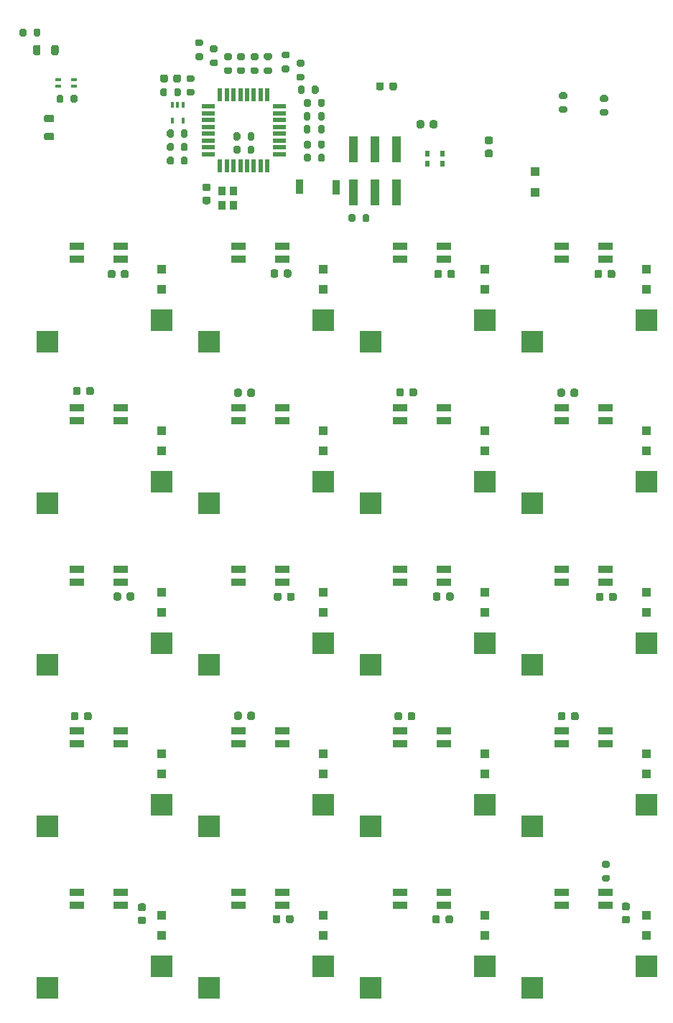
<source format=gbr>
%TF.GenerationSoftware,KiCad,Pcbnew,(5.1.8)-1*%
%TF.CreationDate,2022-08-08T09:51:38+10:00*%
%TF.ProjectId,Macropad,4d616372-6f70-4616-942e-6b696361645f,rev?*%
%TF.SameCoordinates,Original*%
%TF.FileFunction,Paste,Bot*%
%TF.FilePolarity,Positive*%
%FSLAX46Y46*%
G04 Gerber Fmt 4.6, Leading zero omitted, Abs format (unit mm)*
G04 Created by KiCad (PCBNEW (5.1.8)-1) date 2022-08-08 09:51:38*
%MOMM*%
%LPD*%
G01*
G04 APERTURE LIST*
%ADD10R,0.400000X0.650000*%
%ADD11R,1.800000X0.820000*%
%ADD12R,0.900000X1.700000*%
%ADD13R,2.550000X2.500000*%
%ADD14R,1.000000X3.150000*%
%ADD15R,1.500000X0.550000*%
%ADD16R,0.550000X1.500000*%
%ADD17R,0.850000X1.000000*%
%ADD18R,0.750000X0.450000*%
%ADD19R,1.000000X1.000000*%
%ADD20R,0.600000X0.800000*%
G04 APERTURE END LIST*
D10*
%TO.C,U3*%
X68330000Y-77040000D03*
X69630000Y-77040000D03*
X68980000Y-75140000D03*
X69630000Y-75140000D03*
X68330000Y-75140000D03*
%TD*%
%TO.C,R32*%
G36*
G01*
X70225000Y-73300000D02*
X70775000Y-73300000D01*
G75*
G02*
X70975000Y-73500000I0J-200000D01*
G01*
X70975000Y-73900000D01*
G75*
G02*
X70775000Y-74100000I-200000J0D01*
G01*
X70225000Y-74100000D01*
G75*
G02*
X70025000Y-73900000I0J200000D01*
G01*
X70025000Y-73500000D01*
G75*
G02*
X70225000Y-73300000I200000J0D01*
G01*
G37*
G36*
G01*
X70225000Y-71650000D02*
X70775000Y-71650000D01*
G75*
G02*
X70975000Y-71850000I0J-200000D01*
G01*
X70975000Y-72250000D01*
G75*
G02*
X70775000Y-72450000I-200000J0D01*
G01*
X70225000Y-72450000D01*
G75*
G02*
X70025000Y-72250000I0J200000D01*
G01*
X70025000Y-71850000D01*
G75*
G02*
X70225000Y-71650000I200000J0D01*
G01*
G37*
%TD*%
%TO.C,C33*%
G36*
G01*
X98700000Y-77700000D02*
X98700000Y-77200000D01*
G75*
G02*
X98925000Y-76975000I225000J0D01*
G01*
X99375000Y-76975000D01*
G75*
G02*
X99600000Y-77200000I0J-225000D01*
G01*
X99600000Y-77700000D01*
G75*
G02*
X99375000Y-77925000I-225000J0D01*
G01*
X98925000Y-77925000D01*
G75*
G02*
X98700000Y-77700000I0J225000D01*
G01*
G37*
G36*
G01*
X97150000Y-77700000D02*
X97150000Y-77200000D01*
G75*
G02*
X97375000Y-76975000I225000J0D01*
G01*
X97825000Y-76975000D01*
G75*
G02*
X98050000Y-77200000I0J-225000D01*
G01*
X98050000Y-77700000D01*
G75*
G02*
X97825000Y-77925000I-225000J0D01*
G01*
X97375000Y-77925000D01*
G75*
G02*
X97150000Y-77700000I0J225000D01*
G01*
G37*
%TD*%
D11*
%TO.C,D54*%
X114240000Y-93333000D03*
X114240000Y-91833000D03*
X119440000Y-91833000D03*
X119440000Y-93333000D03*
%TD*%
%TO.C,D53*%
X95190000Y-93333000D03*
X95190000Y-91833000D03*
X100390000Y-91833000D03*
X100390000Y-93333000D03*
%TD*%
%TO.C,D52*%
X76140000Y-93333000D03*
X76140000Y-91833000D03*
X81340000Y-91833000D03*
X81340000Y-93333000D03*
%TD*%
%TO.C,D51*%
X57090000Y-93333000D03*
X57090000Y-91833000D03*
X62290000Y-91833000D03*
X62290000Y-93333000D03*
%TD*%
%TO.C,D46*%
X114240000Y-169533000D03*
X114240000Y-168033000D03*
X119440000Y-168033000D03*
X119440000Y-169533000D03*
%TD*%
%TO.C,D45*%
X114240000Y-131433000D03*
X114240000Y-129933000D03*
X119440000Y-129933000D03*
X119440000Y-131433000D03*
%TD*%
%TO.C,D44*%
X119440000Y-148983000D03*
X119440000Y-150483000D03*
X114240000Y-150483000D03*
X114240000Y-148983000D03*
%TD*%
%TO.C,D43*%
X119440000Y-110883000D03*
X119440000Y-112383000D03*
X114240000Y-112383000D03*
X114240000Y-110883000D03*
%TD*%
%TO.C,D40*%
X95190000Y-169533000D03*
X95190000Y-168033000D03*
X100390000Y-168033000D03*
X100390000Y-169533000D03*
%TD*%
%TO.C,D39*%
X95190000Y-131433000D03*
X95190000Y-129933000D03*
X100390000Y-129933000D03*
X100390000Y-131433000D03*
%TD*%
%TO.C,D38*%
X100390000Y-148983000D03*
X100390000Y-150483000D03*
X95190000Y-150483000D03*
X95190000Y-148983000D03*
%TD*%
%TO.C,D37*%
X100390000Y-110883000D03*
X100390000Y-112383000D03*
X95190000Y-112383000D03*
X95190000Y-110883000D03*
%TD*%
%TO.C,D34*%
X76140000Y-169533000D03*
X76140000Y-168033000D03*
X81340000Y-168033000D03*
X81340000Y-169533000D03*
%TD*%
%TO.C,D33*%
X76140000Y-131433000D03*
X76140000Y-129933000D03*
X81340000Y-129933000D03*
X81340000Y-131433000D03*
%TD*%
%TO.C,D32*%
X81340000Y-148983000D03*
X81340000Y-150483000D03*
X76140000Y-150483000D03*
X76140000Y-148983000D03*
%TD*%
%TO.C,D31*%
X81340000Y-110883000D03*
X81340000Y-112383000D03*
X76140000Y-112383000D03*
X76140000Y-110883000D03*
%TD*%
%TO.C,D28*%
X57090000Y-169533000D03*
X57090000Y-168033000D03*
X62290000Y-168033000D03*
X62290000Y-169533000D03*
%TD*%
%TO.C,D27*%
X57090000Y-131433000D03*
X57090000Y-129933000D03*
X62290000Y-129933000D03*
X62290000Y-131433000D03*
%TD*%
%TO.C,D26*%
X62290000Y-148983000D03*
X62290000Y-150483000D03*
X57090000Y-150483000D03*
X57090000Y-148983000D03*
%TD*%
%TO.C,D25*%
X62290000Y-110883000D03*
X62290000Y-112383000D03*
X57090000Y-112383000D03*
X57090000Y-110883000D03*
%TD*%
%TO.C,R31*%
G36*
G01*
X84680000Y-74645000D02*
X84680000Y-75195000D01*
G75*
G02*
X84480000Y-75395000I-200000J0D01*
G01*
X84080000Y-75395000D01*
G75*
G02*
X83880000Y-75195000I0J200000D01*
G01*
X83880000Y-74645000D01*
G75*
G02*
X84080000Y-74445000I200000J0D01*
G01*
X84480000Y-74445000D01*
G75*
G02*
X84680000Y-74645000I0J-200000D01*
G01*
G37*
G36*
G01*
X86330000Y-74645000D02*
X86330000Y-75195000D01*
G75*
G02*
X86130000Y-75395000I-200000J0D01*
G01*
X85730000Y-75395000D01*
G75*
G02*
X85530000Y-75195000I0J200000D01*
G01*
X85530000Y-74645000D01*
G75*
G02*
X85730000Y-74445000I200000J0D01*
G01*
X86130000Y-74445000D01*
G75*
G02*
X86330000Y-74645000I0J-200000D01*
G01*
G37*
%TD*%
%TO.C,R30*%
G36*
G01*
X82000000Y-69675000D02*
X81450000Y-69675000D01*
G75*
G02*
X81250000Y-69475000I0J200000D01*
G01*
X81250000Y-69075000D01*
G75*
G02*
X81450000Y-68875000I200000J0D01*
G01*
X82000000Y-68875000D01*
G75*
G02*
X82200000Y-69075000I0J-200000D01*
G01*
X82200000Y-69475000D01*
G75*
G02*
X82000000Y-69675000I-200000J0D01*
G01*
G37*
G36*
G01*
X82000000Y-71325000D02*
X81450000Y-71325000D01*
G75*
G02*
X81250000Y-71125000I0J200000D01*
G01*
X81250000Y-70725000D01*
G75*
G02*
X81450000Y-70525000I200000J0D01*
G01*
X82000000Y-70525000D01*
G75*
G02*
X82200000Y-70725000I0J-200000D01*
G01*
X82200000Y-71125000D01*
G75*
G02*
X82000000Y-71325000I-200000J0D01*
G01*
G37*
%TD*%
%TO.C,R21*%
G36*
G01*
X83950000Y-73105000D02*
X83950000Y-73655000D01*
G75*
G02*
X83750000Y-73855000I-200000J0D01*
G01*
X83350000Y-73855000D01*
G75*
G02*
X83150000Y-73655000I0J200000D01*
G01*
X83150000Y-73105000D01*
G75*
G02*
X83350000Y-72905000I200000J0D01*
G01*
X83750000Y-72905000D01*
G75*
G02*
X83950000Y-73105000I0J-200000D01*
G01*
G37*
G36*
G01*
X85600000Y-73105000D02*
X85600000Y-73655000D01*
G75*
G02*
X85400000Y-73855000I-200000J0D01*
G01*
X85000000Y-73855000D01*
G75*
G02*
X84800000Y-73655000I0J200000D01*
G01*
X84800000Y-73105000D01*
G75*
G02*
X85000000Y-72905000I200000J0D01*
G01*
X85400000Y-72905000D01*
G75*
G02*
X85600000Y-73105000I0J-200000D01*
G01*
G37*
%TD*%
%TO.C,R20*%
G36*
G01*
X83195000Y-71500000D02*
X83745000Y-71500000D01*
G75*
G02*
X83945000Y-71700000I0J-200000D01*
G01*
X83945000Y-72100000D01*
G75*
G02*
X83745000Y-72300000I-200000J0D01*
G01*
X83195000Y-72300000D01*
G75*
G02*
X82995000Y-72100000I0J200000D01*
G01*
X82995000Y-71700000D01*
G75*
G02*
X83195000Y-71500000I200000J0D01*
G01*
G37*
G36*
G01*
X83195000Y-69850000D02*
X83745000Y-69850000D01*
G75*
G02*
X83945000Y-70050000I0J-200000D01*
G01*
X83945000Y-70450000D01*
G75*
G02*
X83745000Y-70650000I-200000J0D01*
G01*
X83195000Y-70650000D01*
G75*
G02*
X82995000Y-70450000I0J200000D01*
G01*
X82995000Y-70050000D01*
G75*
G02*
X83195000Y-69850000I200000J0D01*
G01*
G37*
%TD*%
%TO.C,R11*%
G36*
G01*
X76371400Y-78617400D02*
X76371400Y-79167400D01*
G75*
G02*
X76171400Y-79367400I-200000J0D01*
G01*
X75771400Y-79367400D01*
G75*
G02*
X75571400Y-79167400I0J200000D01*
G01*
X75571400Y-78617400D01*
G75*
G02*
X75771400Y-78417400I200000J0D01*
G01*
X76171400Y-78417400D01*
G75*
G02*
X76371400Y-78617400I0J-200000D01*
G01*
G37*
G36*
G01*
X78021400Y-78617400D02*
X78021400Y-79167400D01*
G75*
G02*
X77821400Y-79367400I-200000J0D01*
G01*
X77421400Y-79367400D01*
G75*
G02*
X77221400Y-79167400I0J200000D01*
G01*
X77221400Y-78617400D01*
G75*
G02*
X77421400Y-78417400I200000J0D01*
G01*
X77821400Y-78417400D01*
G75*
G02*
X78021400Y-78617400I0J-200000D01*
G01*
G37*
%TD*%
%TO.C,R10*%
G36*
G01*
X76371400Y-80192200D02*
X76371400Y-80742200D01*
G75*
G02*
X76171400Y-80942200I-200000J0D01*
G01*
X75771400Y-80942200D01*
G75*
G02*
X75571400Y-80742200I0J200000D01*
G01*
X75571400Y-80192200D01*
G75*
G02*
X75771400Y-79992200I200000J0D01*
G01*
X76171400Y-79992200D01*
G75*
G02*
X76371400Y-80192200I0J-200000D01*
G01*
G37*
G36*
G01*
X78021400Y-80192200D02*
X78021400Y-80742200D01*
G75*
G02*
X77821400Y-80942200I-200000J0D01*
G01*
X77421400Y-80942200D01*
G75*
G02*
X77221400Y-80742200I0J200000D01*
G01*
X77221400Y-80192200D01*
G75*
G02*
X77421400Y-79992200I200000J0D01*
G01*
X77821400Y-79992200D01*
G75*
G02*
X78021400Y-80192200I0J-200000D01*
G01*
G37*
%TD*%
%TO.C,R9*%
G36*
G01*
X71800000Y-68225000D02*
X71250000Y-68225000D01*
G75*
G02*
X71050000Y-68025000I0J200000D01*
G01*
X71050000Y-67625000D01*
G75*
G02*
X71250000Y-67425000I200000J0D01*
G01*
X71800000Y-67425000D01*
G75*
G02*
X72000000Y-67625000I0J-200000D01*
G01*
X72000000Y-68025000D01*
G75*
G02*
X71800000Y-68225000I-200000J0D01*
G01*
G37*
G36*
G01*
X71800000Y-69875000D02*
X71250000Y-69875000D01*
G75*
G02*
X71050000Y-69675000I0J200000D01*
G01*
X71050000Y-69275000D01*
G75*
G02*
X71250000Y-69075000I200000J0D01*
G01*
X71800000Y-69075000D01*
G75*
G02*
X72000000Y-69275000I0J-200000D01*
G01*
X72000000Y-69675000D01*
G75*
G02*
X71800000Y-69875000I-200000J0D01*
G01*
G37*
%TD*%
%TO.C,R6*%
G36*
G01*
X73525000Y-68950000D02*
X72975000Y-68950000D01*
G75*
G02*
X72775000Y-68750000I0J200000D01*
G01*
X72775000Y-68350000D01*
G75*
G02*
X72975000Y-68150000I200000J0D01*
G01*
X73525000Y-68150000D01*
G75*
G02*
X73725000Y-68350000I0J-200000D01*
G01*
X73725000Y-68750000D01*
G75*
G02*
X73525000Y-68950000I-200000J0D01*
G01*
G37*
G36*
G01*
X73525000Y-70600000D02*
X72975000Y-70600000D01*
G75*
G02*
X72775000Y-70400000I0J200000D01*
G01*
X72775000Y-70000000D01*
G75*
G02*
X72975000Y-69800000I200000J0D01*
G01*
X73525000Y-69800000D01*
G75*
G02*
X73725000Y-70000000I0J-200000D01*
G01*
X73725000Y-70400000D01*
G75*
G02*
X73525000Y-70600000I-200000J0D01*
G01*
G37*
%TD*%
%TO.C,R5*%
G36*
G01*
X69380000Y-82025000D02*
X69380000Y-81475000D01*
G75*
G02*
X69580000Y-81275000I200000J0D01*
G01*
X69980000Y-81275000D01*
G75*
G02*
X70180000Y-81475000I0J-200000D01*
G01*
X70180000Y-82025000D01*
G75*
G02*
X69980000Y-82225000I-200000J0D01*
G01*
X69580000Y-82225000D01*
G75*
G02*
X69380000Y-82025000I0J200000D01*
G01*
G37*
G36*
G01*
X67730000Y-82025000D02*
X67730000Y-81475000D01*
G75*
G02*
X67930000Y-81275000I200000J0D01*
G01*
X68330000Y-81275000D01*
G75*
G02*
X68530000Y-81475000I0J-200000D01*
G01*
X68530000Y-82025000D01*
G75*
G02*
X68330000Y-82225000I-200000J0D01*
G01*
X67930000Y-82225000D01*
G75*
G02*
X67730000Y-82025000I0J200000D01*
G01*
G37*
%TD*%
D12*
%TO.C,SW22*%
X87668100Y-84858860D03*
X83350100Y-84848700D03*
%TD*%
%TO.C,C20*%
G36*
G01*
X63201000Y-94873000D02*
X63201000Y-95373000D01*
G75*
G02*
X62976000Y-95598000I-225000J0D01*
G01*
X62526000Y-95598000D01*
G75*
G02*
X62301000Y-95373000I0J225000D01*
G01*
X62301000Y-94873000D01*
G75*
G02*
X62526000Y-94648000I225000J0D01*
G01*
X62976000Y-94648000D01*
G75*
G02*
X63201000Y-94873000I0J-225000D01*
G01*
G37*
G36*
G01*
X61651000Y-94873000D02*
X61651000Y-95373000D01*
G75*
G02*
X61426000Y-95598000I-225000J0D01*
G01*
X60976000Y-95598000D01*
G75*
G02*
X60751000Y-95373000I0J225000D01*
G01*
X60751000Y-94873000D01*
G75*
G02*
X60976000Y-94648000I225000J0D01*
G01*
X61426000Y-94648000D01*
G75*
G02*
X61651000Y-94873000I0J-225000D01*
G01*
G37*
%TD*%
%TO.C,FB3*%
G36*
G01*
X52825000Y-68325750D02*
X52825000Y-69088250D01*
G75*
G02*
X52606250Y-69307000I-218750J0D01*
G01*
X52168750Y-69307000D01*
G75*
G02*
X51950000Y-69088250I0J218750D01*
G01*
X51950000Y-68325750D01*
G75*
G02*
X52168750Y-68107000I218750J0D01*
G01*
X52606250Y-68107000D01*
G75*
G02*
X52825000Y-68325750I0J-218750D01*
G01*
G37*
G36*
G01*
X54950000Y-68325750D02*
X54950000Y-69088250D01*
G75*
G02*
X54731250Y-69307000I-218750J0D01*
G01*
X54293750Y-69307000D01*
G75*
G02*
X54075000Y-69088250I0J218750D01*
G01*
X54075000Y-68325750D01*
G75*
G02*
X54293750Y-68107000I218750J0D01*
G01*
X54731250Y-68107000D01*
G75*
G02*
X54950000Y-68325750I0J-218750D01*
G01*
G37*
%TD*%
D13*
%TO.C,SW12*%
X105200000Y-119634000D03*
X91775000Y-122174000D03*
%TD*%
%TO.C,SW7*%
X86150000Y-119634000D03*
X72725000Y-122174000D03*
%TD*%
%TO.C,SW17*%
X124250000Y-119634000D03*
X110825000Y-122174000D03*
%TD*%
%TO.C,SW2*%
X67100000Y-119634000D03*
X53675000Y-122174000D03*
%TD*%
%TO.C,SW16*%
X124250000Y-100584000D03*
X110825000Y-103124000D03*
%TD*%
%TO.C,SW18*%
X124250000Y-138684000D03*
X110825000Y-141224000D03*
%TD*%
%TO.C,SW8*%
X86150000Y-138684000D03*
X72725000Y-141224000D03*
%TD*%
%TO.C,SW11*%
X105200000Y-100584000D03*
X91775000Y-103124000D03*
%TD*%
%TO.C,SW6*%
X86150000Y-100584000D03*
X72725000Y-103124000D03*
%TD*%
%TO.C,SW13*%
X105200000Y-138684000D03*
X91775000Y-141224000D03*
%TD*%
%TO.C,SW3*%
X67100000Y-138684000D03*
X53675000Y-141224000D03*
%TD*%
%TO.C,SW1*%
X67100000Y-100584000D03*
X53675000Y-103124000D03*
%TD*%
D14*
%TO.C,J3*%
X89662000Y-80421000D03*
X89662000Y-85471000D03*
X92202000Y-80421000D03*
X92202000Y-85471000D03*
X94742000Y-80421000D03*
X94742000Y-85471000D03*
%TD*%
D15*
%TO.C,U4*%
X72571500Y-80968500D03*
X72571500Y-80168500D03*
X72571500Y-79368500D03*
X72571500Y-78568500D03*
X72571500Y-77768500D03*
X72571500Y-76968500D03*
X72571500Y-76168500D03*
X72571500Y-75368500D03*
D16*
X73971500Y-73968500D03*
X74771500Y-73968500D03*
X75571500Y-73968500D03*
X76371500Y-73968500D03*
X77171500Y-73968500D03*
X77971500Y-73968500D03*
X78771500Y-73968500D03*
X79571500Y-73968500D03*
D15*
X80971500Y-75368500D03*
X80971500Y-76168500D03*
X80971500Y-76968500D03*
X80971500Y-77768500D03*
X80971500Y-78568500D03*
X80971500Y-79368500D03*
X80971500Y-80168500D03*
X80971500Y-80968500D03*
D16*
X79571500Y-82368500D03*
X78771500Y-82368500D03*
X77971500Y-82368500D03*
X77171500Y-82368500D03*
X76371500Y-82368500D03*
X75571500Y-82368500D03*
X74771500Y-82368500D03*
X73971500Y-82368500D03*
%TD*%
%TO.C,R1*%
G36*
G01*
X67730000Y-73385000D02*
X67730000Y-73935000D01*
G75*
G02*
X67530000Y-74135000I-200000J0D01*
G01*
X67130000Y-74135000D01*
G75*
G02*
X66930000Y-73935000I0J200000D01*
G01*
X66930000Y-73385000D01*
G75*
G02*
X67130000Y-73185000I200000J0D01*
G01*
X67530000Y-73185000D01*
G75*
G02*
X67730000Y-73385000I0J-200000D01*
G01*
G37*
G36*
G01*
X69380000Y-73385000D02*
X69380000Y-73935000D01*
G75*
G02*
X69180000Y-74135000I-200000J0D01*
G01*
X68780000Y-74135000D01*
G75*
G02*
X68580000Y-73935000I0J200000D01*
G01*
X68580000Y-73385000D01*
G75*
G02*
X68780000Y-73185000I200000J0D01*
G01*
X69180000Y-73185000D01*
G75*
G02*
X69380000Y-73385000I0J-200000D01*
G01*
G37*
%TD*%
%TO.C,C44*%
G36*
G01*
X68480000Y-72305600D02*
X68480000Y-71805600D01*
G75*
G02*
X68705000Y-71580600I225000J0D01*
G01*
X69155000Y-71580600D01*
G75*
G02*
X69380000Y-71805600I0J-225000D01*
G01*
X69380000Y-72305600D01*
G75*
G02*
X69155000Y-72530600I-225000J0D01*
G01*
X68705000Y-72530600D01*
G75*
G02*
X68480000Y-72305600I0J225000D01*
G01*
G37*
G36*
G01*
X66930000Y-72305600D02*
X66930000Y-71805600D01*
G75*
G02*
X67155000Y-71580600I225000J0D01*
G01*
X67605000Y-71580600D01*
G75*
G02*
X67830000Y-71805600I0J-225000D01*
G01*
X67830000Y-72305600D01*
G75*
G02*
X67605000Y-72530600I-225000J0D01*
G01*
X67155000Y-72530600D01*
G75*
G02*
X66930000Y-72305600I0J225000D01*
G01*
G37*
%TD*%
%TO.C,C43*%
G36*
G01*
X99903400Y-170971400D02*
X99903400Y-171471400D01*
G75*
G02*
X99678400Y-171696400I-225000J0D01*
G01*
X99228400Y-171696400D01*
G75*
G02*
X99003400Y-171471400I0J225000D01*
G01*
X99003400Y-170971400D01*
G75*
G02*
X99228400Y-170746400I225000J0D01*
G01*
X99678400Y-170746400D01*
G75*
G02*
X99903400Y-170971400I0J-225000D01*
G01*
G37*
G36*
G01*
X101453400Y-170971400D02*
X101453400Y-171471400D01*
G75*
G02*
X101228400Y-171696400I-225000J0D01*
G01*
X100778400Y-171696400D01*
G75*
G02*
X100553400Y-171471400I0J225000D01*
G01*
X100553400Y-170971400D01*
G75*
G02*
X100778400Y-170746400I225000J0D01*
G01*
X101228400Y-170746400D01*
G75*
G02*
X101453400Y-170971400I0J-225000D01*
G01*
G37*
%TD*%
%TO.C,C42*%
G36*
G01*
X81094400Y-170946000D02*
X81094400Y-171446000D01*
G75*
G02*
X80869400Y-171671000I-225000J0D01*
G01*
X80419400Y-171671000D01*
G75*
G02*
X80194400Y-171446000I0J225000D01*
G01*
X80194400Y-170946000D01*
G75*
G02*
X80419400Y-170721000I225000J0D01*
G01*
X80869400Y-170721000D01*
G75*
G02*
X81094400Y-170946000I0J-225000D01*
G01*
G37*
G36*
G01*
X82644400Y-170946000D02*
X82644400Y-171446000D01*
G75*
G02*
X82419400Y-171671000I-225000J0D01*
G01*
X81969400Y-171671000D01*
G75*
G02*
X81744400Y-171446000I0J225000D01*
G01*
X81744400Y-170946000D01*
G75*
G02*
X81969400Y-170721000I225000J0D01*
G01*
X82419400Y-170721000D01*
G75*
G02*
X82644400Y-170946000I0J-225000D01*
G01*
G37*
%TD*%
%TO.C,C41*%
G36*
G01*
X121568400Y-170809800D02*
X122068400Y-170809800D01*
G75*
G02*
X122293400Y-171034800I0J-225000D01*
G01*
X122293400Y-171484800D01*
G75*
G02*
X122068400Y-171709800I-225000J0D01*
G01*
X121568400Y-171709800D01*
G75*
G02*
X121343400Y-171484800I0J225000D01*
G01*
X121343400Y-171034800D01*
G75*
G02*
X121568400Y-170809800I225000J0D01*
G01*
G37*
G36*
G01*
X121568400Y-169259800D02*
X122068400Y-169259800D01*
G75*
G02*
X122293400Y-169484800I0J-225000D01*
G01*
X122293400Y-169934800D01*
G75*
G02*
X122068400Y-170159800I-225000J0D01*
G01*
X121568400Y-170159800D01*
G75*
G02*
X121343400Y-169934800I0J225000D01*
G01*
X121343400Y-169484800D01*
G75*
G02*
X121568400Y-169259800I225000J0D01*
G01*
G37*
%TD*%
%TO.C,C40*%
G36*
G01*
X64520000Y-170899000D02*
X65020000Y-170899000D01*
G75*
G02*
X65245000Y-171124000I0J-225000D01*
G01*
X65245000Y-171574000D01*
G75*
G02*
X65020000Y-171799000I-225000J0D01*
G01*
X64520000Y-171799000D01*
G75*
G02*
X64295000Y-171574000I0J225000D01*
G01*
X64295000Y-171124000D01*
G75*
G02*
X64520000Y-170899000I225000J0D01*
G01*
G37*
G36*
G01*
X64520000Y-169349000D02*
X65020000Y-169349000D01*
G75*
G02*
X65245000Y-169574000I0J-225000D01*
G01*
X65245000Y-170024000D01*
G75*
G02*
X65020000Y-170249000I-225000J0D01*
G01*
X64520000Y-170249000D01*
G75*
G02*
X64295000Y-170024000I0J225000D01*
G01*
X64295000Y-169574000D01*
G75*
G02*
X64520000Y-169349000I225000J0D01*
G01*
G37*
%TD*%
D17*
%TO.C,X2*%
X75565000Y-86980500D03*
X75565000Y-85280500D03*
X74215000Y-85280500D03*
X74215000Y-86980500D03*
%TD*%
%TO.C,R29*%
G36*
G01*
X84692440Y-79562280D02*
X84692440Y-80112280D01*
G75*
G02*
X84492440Y-80312280I-200000J0D01*
G01*
X84092440Y-80312280D01*
G75*
G02*
X83892440Y-80112280I0J200000D01*
G01*
X83892440Y-79562280D01*
G75*
G02*
X84092440Y-79362280I200000J0D01*
G01*
X84492440Y-79362280D01*
G75*
G02*
X84692440Y-79562280I0J-200000D01*
G01*
G37*
G36*
G01*
X86342440Y-79562280D02*
X86342440Y-80112280D01*
G75*
G02*
X86142440Y-80312280I-200000J0D01*
G01*
X85742440Y-80312280D01*
G75*
G02*
X85542440Y-80112280I0J200000D01*
G01*
X85542440Y-79562280D01*
G75*
G02*
X85742440Y-79362280I200000J0D01*
G01*
X86142440Y-79362280D01*
G75*
G02*
X86342440Y-79562280I0J-200000D01*
G01*
G37*
%TD*%
%TO.C,R28*%
G36*
G01*
X86342440Y-81121840D02*
X86342440Y-81671840D01*
G75*
G02*
X86142440Y-81871840I-200000J0D01*
G01*
X85742440Y-81871840D01*
G75*
G02*
X85542440Y-81671840I0J200000D01*
G01*
X85542440Y-81121840D01*
G75*
G02*
X85742440Y-80921840I200000J0D01*
G01*
X86142440Y-80921840D01*
G75*
G02*
X86342440Y-81121840I0J-200000D01*
G01*
G37*
G36*
G01*
X84692440Y-81121840D02*
X84692440Y-81671840D01*
G75*
G02*
X84492440Y-81871840I-200000J0D01*
G01*
X84092440Y-81871840D01*
G75*
G02*
X83892440Y-81671840I0J200000D01*
G01*
X83892440Y-81121840D01*
G75*
G02*
X84092440Y-80921840I200000J0D01*
G01*
X84492440Y-80921840D01*
G75*
G02*
X84692440Y-81121840I0J-200000D01*
G01*
G37*
%TD*%
%TO.C,R27*%
G36*
G01*
X84664500Y-76242500D02*
X84664500Y-76792500D01*
G75*
G02*
X84464500Y-76992500I-200000J0D01*
G01*
X84064500Y-76992500D01*
G75*
G02*
X83864500Y-76792500I0J200000D01*
G01*
X83864500Y-76242500D01*
G75*
G02*
X84064500Y-76042500I200000J0D01*
G01*
X84464500Y-76042500D01*
G75*
G02*
X84664500Y-76242500I0J-200000D01*
G01*
G37*
G36*
G01*
X86314500Y-76242500D02*
X86314500Y-76792500D01*
G75*
G02*
X86114500Y-76992500I-200000J0D01*
G01*
X85714500Y-76992500D01*
G75*
G02*
X85514500Y-76792500I0J200000D01*
G01*
X85514500Y-76242500D01*
G75*
G02*
X85714500Y-76042500I200000J0D01*
G01*
X86114500Y-76042500D01*
G75*
G02*
X86314500Y-76242500I0J-200000D01*
G01*
G37*
%TD*%
%TO.C,R26*%
G36*
G01*
X84664500Y-77766500D02*
X84664500Y-78316500D01*
G75*
G02*
X84464500Y-78516500I-200000J0D01*
G01*
X84064500Y-78516500D01*
G75*
G02*
X83864500Y-78316500I0J200000D01*
G01*
X83864500Y-77766500D01*
G75*
G02*
X84064500Y-77566500I200000J0D01*
G01*
X84464500Y-77566500D01*
G75*
G02*
X84664500Y-77766500I0J-200000D01*
G01*
G37*
G36*
G01*
X86314500Y-77766500D02*
X86314500Y-78316500D01*
G75*
G02*
X86114500Y-78516500I-200000J0D01*
G01*
X85714500Y-78516500D01*
G75*
G02*
X85514500Y-78316500I0J200000D01*
G01*
X85514500Y-77766500D01*
G75*
G02*
X85714500Y-77566500I200000J0D01*
G01*
X86114500Y-77566500D01*
G75*
G02*
X86314500Y-77766500I0J-200000D01*
G01*
G37*
%TD*%
%TO.C,R25*%
G36*
G01*
X77766500Y-70719000D02*
X78316500Y-70719000D01*
G75*
G02*
X78516500Y-70919000I0J-200000D01*
G01*
X78516500Y-71319000D01*
G75*
G02*
X78316500Y-71519000I-200000J0D01*
G01*
X77766500Y-71519000D01*
G75*
G02*
X77566500Y-71319000I0J200000D01*
G01*
X77566500Y-70919000D01*
G75*
G02*
X77766500Y-70719000I200000J0D01*
G01*
G37*
G36*
G01*
X77766500Y-69069000D02*
X78316500Y-69069000D01*
G75*
G02*
X78516500Y-69269000I0J-200000D01*
G01*
X78516500Y-69669000D01*
G75*
G02*
X78316500Y-69869000I-200000J0D01*
G01*
X77766500Y-69869000D01*
G75*
G02*
X77566500Y-69669000I0J200000D01*
G01*
X77566500Y-69269000D01*
G75*
G02*
X77766500Y-69069000I200000J0D01*
G01*
G37*
%TD*%
%TO.C,R24*%
G36*
G01*
X79354000Y-70719000D02*
X79904000Y-70719000D01*
G75*
G02*
X80104000Y-70919000I0J-200000D01*
G01*
X80104000Y-71319000D01*
G75*
G02*
X79904000Y-71519000I-200000J0D01*
G01*
X79354000Y-71519000D01*
G75*
G02*
X79154000Y-71319000I0J200000D01*
G01*
X79154000Y-70919000D01*
G75*
G02*
X79354000Y-70719000I200000J0D01*
G01*
G37*
G36*
G01*
X79354000Y-69069000D02*
X79904000Y-69069000D01*
G75*
G02*
X80104000Y-69269000I0J-200000D01*
G01*
X80104000Y-69669000D01*
G75*
G02*
X79904000Y-69869000I-200000J0D01*
G01*
X79354000Y-69869000D01*
G75*
G02*
X79154000Y-69669000I0J200000D01*
G01*
X79154000Y-69269000D01*
G75*
G02*
X79354000Y-69069000I200000J0D01*
G01*
G37*
%TD*%
%TO.C,R23*%
G36*
G01*
X74655000Y-70719000D02*
X75205000Y-70719000D01*
G75*
G02*
X75405000Y-70919000I0J-200000D01*
G01*
X75405000Y-71319000D01*
G75*
G02*
X75205000Y-71519000I-200000J0D01*
G01*
X74655000Y-71519000D01*
G75*
G02*
X74455000Y-71319000I0J200000D01*
G01*
X74455000Y-70919000D01*
G75*
G02*
X74655000Y-70719000I200000J0D01*
G01*
G37*
G36*
G01*
X74655000Y-69069000D02*
X75205000Y-69069000D01*
G75*
G02*
X75405000Y-69269000I0J-200000D01*
G01*
X75405000Y-69669000D01*
G75*
G02*
X75205000Y-69869000I-200000J0D01*
G01*
X74655000Y-69869000D01*
G75*
G02*
X74455000Y-69669000I0J200000D01*
G01*
X74455000Y-69269000D01*
G75*
G02*
X74655000Y-69069000I200000J0D01*
G01*
G37*
%TD*%
%TO.C,R22*%
G36*
G01*
X76179000Y-70719000D02*
X76729000Y-70719000D01*
G75*
G02*
X76929000Y-70919000I0J-200000D01*
G01*
X76929000Y-71319000D01*
G75*
G02*
X76729000Y-71519000I-200000J0D01*
G01*
X76179000Y-71519000D01*
G75*
G02*
X75979000Y-71319000I0J200000D01*
G01*
X75979000Y-70919000D01*
G75*
G02*
X76179000Y-70719000I200000J0D01*
G01*
G37*
G36*
G01*
X76179000Y-69069000D02*
X76729000Y-69069000D01*
G75*
G02*
X76929000Y-69269000I0J-200000D01*
G01*
X76929000Y-69669000D01*
G75*
G02*
X76729000Y-69869000I-200000J0D01*
G01*
X76179000Y-69869000D01*
G75*
G02*
X75979000Y-69669000I0J200000D01*
G01*
X75979000Y-69269000D01*
G75*
G02*
X76179000Y-69069000I200000J0D01*
G01*
G37*
%TD*%
%TO.C,R13*%
G36*
G01*
X114702000Y-74466400D02*
X114152000Y-74466400D01*
G75*
G02*
X113952000Y-74266400I0J200000D01*
G01*
X113952000Y-73866400D01*
G75*
G02*
X114152000Y-73666400I200000J0D01*
G01*
X114702000Y-73666400D01*
G75*
G02*
X114902000Y-73866400I0J-200000D01*
G01*
X114902000Y-74266400D01*
G75*
G02*
X114702000Y-74466400I-200000J0D01*
G01*
G37*
G36*
G01*
X114702000Y-76116400D02*
X114152000Y-76116400D01*
G75*
G02*
X113952000Y-75916400I0J200000D01*
G01*
X113952000Y-75516400D01*
G75*
G02*
X114152000Y-75316400I200000J0D01*
G01*
X114702000Y-75316400D01*
G75*
G02*
X114902000Y-75516400I0J-200000D01*
G01*
X114902000Y-75916400D01*
G75*
G02*
X114702000Y-76116400I-200000J0D01*
G01*
G37*
%TD*%
%TO.C,R8*%
G36*
G01*
X68525500Y-79865000D02*
X68525500Y-80415000D01*
G75*
G02*
X68325500Y-80615000I-200000J0D01*
G01*
X67925500Y-80615000D01*
G75*
G02*
X67725500Y-80415000I0J200000D01*
G01*
X67725500Y-79865000D01*
G75*
G02*
X67925500Y-79665000I200000J0D01*
G01*
X68325500Y-79665000D01*
G75*
G02*
X68525500Y-79865000I0J-200000D01*
G01*
G37*
G36*
G01*
X70175500Y-79865000D02*
X70175500Y-80415000D01*
G75*
G02*
X69975500Y-80615000I-200000J0D01*
G01*
X69575500Y-80615000D01*
G75*
G02*
X69375500Y-80415000I0J200000D01*
G01*
X69375500Y-79865000D01*
G75*
G02*
X69575500Y-79665000I200000J0D01*
G01*
X69975500Y-79665000D01*
G75*
G02*
X70175500Y-79865000I0J-200000D01*
G01*
G37*
%TD*%
%TO.C,R7*%
G36*
G01*
X68526500Y-78277500D02*
X68526500Y-78827500D01*
G75*
G02*
X68326500Y-79027500I-200000J0D01*
G01*
X67926500Y-79027500D01*
G75*
G02*
X67726500Y-78827500I0J200000D01*
G01*
X67726500Y-78277500D01*
G75*
G02*
X67926500Y-78077500I200000J0D01*
G01*
X68326500Y-78077500D01*
G75*
G02*
X68526500Y-78277500I0J-200000D01*
G01*
G37*
G36*
G01*
X70176500Y-78277500D02*
X70176500Y-78827500D01*
G75*
G02*
X69976500Y-79027500I-200000J0D01*
G01*
X69576500Y-79027500D01*
G75*
G02*
X69376500Y-78827500I0J200000D01*
G01*
X69376500Y-78277500D01*
G75*
G02*
X69576500Y-78077500I200000J0D01*
G01*
X69976500Y-78077500D01*
G75*
G02*
X70176500Y-78277500I0J-200000D01*
G01*
G37*
%TD*%
%TO.C,R4*%
G36*
G01*
X55520000Y-74185000D02*
X55520000Y-74735000D01*
G75*
G02*
X55320000Y-74935000I-200000J0D01*
G01*
X54920000Y-74935000D01*
G75*
G02*
X54720000Y-74735000I0J200000D01*
G01*
X54720000Y-74185000D01*
G75*
G02*
X54920000Y-73985000I200000J0D01*
G01*
X55320000Y-73985000D01*
G75*
G02*
X55520000Y-74185000I0J-200000D01*
G01*
G37*
G36*
G01*
X57170000Y-74185000D02*
X57170000Y-74735000D01*
G75*
G02*
X56970000Y-74935000I-200000J0D01*
G01*
X56570000Y-74935000D01*
G75*
G02*
X56370000Y-74735000I0J200000D01*
G01*
X56370000Y-74185000D01*
G75*
G02*
X56570000Y-73985000I200000J0D01*
G01*
X56970000Y-73985000D01*
G75*
G02*
X57170000Y-74185000I0J-200000D01*
G01*
G37*
%TD*%
%TO.C,R3*%
G36*
G01*
X51161900Y-66349200D02*
X51161900Y-66899200D01*
G75*
G02*
X50961900Y-67099200I-200000J0D01*
G01*
X50561900Y-67099200D01*
G75*
G02*
X50361900Y-66899200I0J200000D01*
G01*
X50361900Y-66349200D01*
G75*
G02*
X50561900Y-66149200I200000J0D01*
G01*
X50961900Y-66149200D01*
G75*
G02*
X51161900Y-66349200I0J-200000D01*
G01*
G37*
G36*
G01*
X52811900Y-66349200D02*
X52811900Y-66899200D01*
G75*
G02*
X52611900Y-67099200I-200000J0D01*
G01*
X52211900Y-67099200D01*
G75*
G02*
X52011900Y-66899200I0J200000D01*
G01*
X52011900Y-66349200D01*
G75*
G02*
X52211900Y-66149200I200000J0D01*
G01*
X52611900Y-66149200D01*
G75*
G02*
X52811900Y-66349200I0J-200000D01*
G01*
G37*
%TD*%
D18*
%TO.C,L1*%
X54891500Y-72180500D03*
X54891500Y-72980500D03*
X56741500Y-72980500D03*
X56741500Y-72180500D03*
%TD*%
%TO.C,FB1*%
G36*
G01*
X54216550Y-77221700D02*
X53454050Y-77221700D01*
G75*
G02*
X53235300Y-77002950I0J218750D01*
G01*
X53235300Y-76565450D01*
G75*
G02*
X53454050Y-76346700I218750J0D01*
G01*
X54216550Y-76346700D01*
G75*
G02*
X54435300Y-76565450I0J-218750D01*
G01*
X54435300Y-77002950D01*
G75*
G02*
X54216550Y-77221700I-218750J0D01*
G01*
G37*
G36*
G01*
X54216550Y-79346700D02*
X53454050Y-79346700D01*
G75*
G02*
X53235300Y-79127950I0J218750D01*
G01*
X53235300Y-78690450D01*
G75*
G02*
X53454050Y-78471700I218750J0D01*
G01*
X54216550Y-78471700D01*
G75*
G02*
X54435300Y-78690450I0J-218750D01*
G01*
X54435300Y-79127950D01*
G75*
G02*
X54216550Y-79346700I-218750J0D01*
G01*
G37*
%TD*%
D19*
%TO.C,D22*%
X111125000Y-83058000D03*
X111125000Y-85458000D03*
%TD*%
%TO.C,D21*%
X124240000Y-170744000D03*
X124240000Y-173144000D03*
%TD*%
%TO.C,D20*%
X124240000Y-151694000D03*
X124240000Y-154094000D03*
%TD*%
%TO.C,D19*%
X124240000Y-132644000D03*
X124240000Y-135044000D03*
%TD*%
%TO.C,D18*%
X124240000Y-113594000D03*
X124240000Y-115994000D03*
%TD*%
%TO.C,D17*%
X124240000Y-94544000D03*
X124240000Y-96944000D03*
%TD*%
%TO.C,D16*%
X105190000Y-170744000D03*
X105190000Y-173144000D03*
%TD*%
%TO.C,D15*%
X105190000Y-151694000D03*
X105190000Y-154094000D03*
%TD*%
%TO.C,D14*%
X105190000Y-132644000D03*
X105190000Y-135044000D03*
%TD*%
%TO.C,D13*%
X105190000Y-113594000D03*
X105190000Y-115994000D03*
%TD*%
%TO.C,D12*%
X105190000Y-94544000D03*
X105190000Y-96944000D03*
%TD*%
%TO.C,D11*%
X86140000Y-170744000D03*
X86140000Y-173144000D03*
%TD*%
%TO.C,D10*%
X86140000Y-151694000D03*
X86140000Y-154094000D03*
%TD*%
%TO.C,D9*%
X86140000Y-132644000D03*
X86140000Y-135044000D03*
%TD*%
%TO.C,D8*%
X86140000Y-113594000D03*
X86140000Y-115994000D03*
%TD*%
%TO.C,D7*%
X86140000Y-94544000D03*
X86140000Y-96944000D03*
%TD*%
%TO.C,D6*%
X67090000Y-170744000D03*
X67090000Y-173144000D03*
%TD*%
%TO.C,D5*%
X67090000Y-154094000D03*
X67090000Y-151694000D03*
%TD*%
%TO.C,D4*%
X67090000Y-132644000D03*
X67090000Y-135044000D03*
%TD*%
%TO.C,D3*%
X67090000Y-113594000D03*
X67090000Y-115994000D03*
%TD*%
%TO.C,D2*%
X67090000Y-94544000D03*
X67090000Y-96944000D03*
%TD*%
D20*
%TO.C,X1*%
X100235160Y-80939640D03*
X98435160Y-80939640D03*
X98435160Y-82139640D03*
X100235160Y-82139640D03*
%TD*%
D13*
%TO.C,SW20*%
X124250000Y-176784000D03*
X110825000Y-179324000D03*
%TD*%
%TO.C,SW19*%
X124250000Y-157734000D03*
X110825000Y-160274000D03*
%TD*%
%TO.C,SW15*%
X105200000Y-176784000D03*
X91775000Y-179324000D03*
%TD*%
%TO.C,SW14*%
X105200000Y-157734000D03*
X91775000Y-160274000D03*
%TD*%
%TO.C,SW10*%
X86150000Y-176784000D03*
X72725000Y-179324000D03*
%TD*%
%TO.C,SW9*%
X86150000Y-157734000D03*
X72725000Y-160274000D03*
%TD*%
%TO.C,SW5*%
X67100000Y-176784000D03*
X53675000Y-179324000D03*
%TD*%
%TO.C,SW4*%
X53675000Y-160274000D03*
X67100000Y-157734000D03*
%TD*%
%TO.C,R18*%
G36*
G01*
X90790000Y-88795000D02*
X90790000Y-88245000D01*
G75*
G02*
X90990000Y-88045000I200000J0D01*
G01*
X91390000Y-88045000D01*
G75*
G02*
X91590000Y-88245000I0J-200000D01*
G01*
X91590000Y-88795000D01*
G75*
G02*
X91390000Y-88995000I-200000J0D01*
G01*
X90990000Y-88995000D01*
G75*
G02*
X90790000Y-88795000I0J200000D01*
G01*
G37*
G36*
G01*
X89140000Y-88795000D02*
X89140000Y-88245000D01*
G75*
G02*
X89340000Y-88045000I200000J0D01*
G01*
X89740000Y-88045000D01*
G75*
G02*
X89940000Y-88245000I0J-200000D01*
G01*
X89940000Y-88795000D01*
G75*
G02*
X89740000Y-88995000I-200000J0D01*
G01*
X89340000Y-88995000D01*
G75*
G02*
X89140000Y-88795000I0J200000D01*
G01*
G37*
%TD*%
%TO.C,R15*%
G36*
G01*
X119206600Y-164320000D02*
X119756600Y-164320000D01*
G75*
G02*
X119956600Y-164520000I0J-200000D01*
G01*
X119956600Y-164920000D01*
G75*
G02*
X119756600Y-165120000I-200000J0D01*
G01*
X119206600Y-165120000D01*
G75*
G02*
X119006600Y-164920000I0J200000D01*
G01*
X119006600Y-164520000D01*
G75*
G02*
X119206600Y-164320000I200000J0D01*
G01*
G37*
G36*
G01*
X119206600Y-165970000D02*
X119756600Y-165970000D01*
G75*
G02*
X119956600Y-166170000I0J-200000D01*
G01*
X119956600Y-166570000D01*
G75*
G02*
X119756600Y-166770000I-200000J0D01*
G01*
X119206600Y-166770000D01*
G75*
G02*
X119006600Y-166570000I0J200000D01*
G01*
X119006600Y-166170000D01*
G75*
G02*
X119206600Y-165970000I200000J0D01*
G01*
G37*
%TD*%
%TO.C,R14*%
G36*
G01*
X119528000Y-74809800D02*
X118978000Y-74809800D01*
G75*
G02*
X118778000Y-74609800I0J200000D01*
G01*
X118778000Y-74209800D01*
G75*
G02*
X118978000Y-74009800I200000J0D01*
G01*
X119528000Y-74009800D01*
G75*
G02*
X119728000Y-74209800I0J-200000D01*
G01*
X119728000Y-74609800D01*
G75*
G02*
X119528000Y-74809800I-200000J0D01*
G01*
G37*
G36*
G01*
X119528000Y-76459800D02*
X118978000Y-76459800D01*
G75*
G02*
X118778000Y-76259800I0J200000D01*
G01*
X118778000Y-75859800D01*
G75*
G02*
X118978000Y-75659800I200000J0D01*
G01*
X119528000Y-75659800D01*
G75*
G02*
X119728000Y-75859800I0J-200000D01*
G01*
X119728000Y-76259800D01*
G75*
G02*
X119528000Y-76459800I-200000J0D01*
G01*
G37*
%TD*%
%TO.C,C36*%
G36*
G01*
X93935000Y-73220000D02*
X93935000Y-72720000D01*
G75*
G02*
X94160000Y-72495000I225000J0D01*
G01*
X94610000Y-72495000D01*
G75*
G02*
X94835000Y-72720000I0J-225000D01*
G01*
X94835000Y-73220000D01*
G75*
G02*
X94610000Y-73445000I-225000J0D01*
G01*
X94160000Y-73445000D01*
G75*
G02*
X93935000Y-73220000I0J225000D01*
G01*
G37*
G36*
G01*
X92385000Y-73220000D02*
X92385000Y-72720000D01*
G75*
G02*
X92610000Y-72495000I225000J0D01*
G01*
X93060000Y-72495000D01*
G75*
G02*
X93285000Y-72720000I0J-225000D01*
G01*
X93285000Y-73220000D01*
G75*
G02*
X93060000Y-73445000I-225000J0D01*
G01*
X92610000Y-73445000D01*
G75*
G02*
X92385000Y-73220000I0J225000D01*
G01*
G37*
%TD*%
%TO.C,C35*%
G36*
G01*
X105914000Y-81349000D02*
X105414000Y-81349000D01*
G75*
G02*
X105189000Y-81124000I0J225000D01*
G01*
X105189000Y-80674000D01*
G75*
G02*
X105414000Y-80449000I225000J0D01*
G01*
X105914000Y-80449000D01*
G75*
G02*
X106139000Y-80674000I0J-225000D01*
G01*
X106139000Y-81124000D01*
G75*
G02*
X105914000Y-81349000I-225000J0D01*
G01*
G37*
G36*
G01*
X105914000Y-79799000D02*
X105414000Y-79799000D01*
G75*
G02*
X105189000Y-79574000I0J225000D01*
G01*
X105189000Y-79124000D01*
G75*
G02*
X105414000Y-78899000I225000J0D01*
G01*
X105914000Y-78899000D01*
G75*
G02*
X106139000Y-79124000I0J-225000D01*
G01*
X106139000Y-79574000D01*
G75*
G02*
X105914000Y-79799000I-225000J0D01*
G01*
G37*
%TD*%
%TO.C,C32*%
G36*
G01*
X72640000Y-85336200D02*
X72140000Y-85336200D01*
G75*
G02*
X71915000Y-85111200I0J225000D01*
G01*
X71915000Y-84661200D01*
G75*
G02*
X72140000Y-84436200I225000J0D01*
G01*
X72640000Y-84436200D01*
G75*
G02*
X72865000Y-84661200I0J-225000D01*
G01*
X72865000Y-85111200D01*
G75*
G02*
X72640000Y-85336200I-225000J0D01*
G01*
G37*
G36*
G01*
X72640000Y-86886200D02*
X72140000Y-86886200D01*
G75*
G02*
X71915000Y-86661200I0J225000D01*
G01*
X71915000Y-86211200D01*
G75*
G02*
X72140000Y-85986200I225000J0D01*
G01*
X72640000Y-85986200D01*
G75*
G02*
X72865000Y-86211200I0J-225000D01*
G01*
X72865000Y-86661200D01*
G75*
G02*
X72640000Y-86886200I-225000J0D01*
G01*
G37*
%TD*%
%TO.C,C29*%
G36*
G01*
X75648400Y-147468400D02*
X75648400Y-146968400D01*
G75*
G02*
X75873400Y-146743400I225000J0D01*
G01*
X76323400Y-146743400D01*
G75*
G02*
X76548400Y-146968400I0J-225000D01*
G01*
X76548400Y-147468400D01*
G75*
G02*
X76323400Y-147693400I-225000J0D01*
G01*
X75873400Y-147693400D01*
G75*
G02*
X75648400Y-147468400I0J225000D01*
G01*
G37*
G36*
G01*
X77198400Y-147468400D02*
X77198400Y-146968400D01*
G75*
G02*
X77423400Y-146743400I225000J0D01*
G01*
X77873400Y-146743400D01*
G75*
G02*
X78098400Y-146968400I0J-225000D01*
G01*
X78098400Y-147468400D01*
G75*
G02*
X77873400Y-147693400I-225000J0D01*
G01*
X77423400Y-147693400D01*
G75*
G02*
X77198400Y-147468400I0J225000D01*
G01*
G37*
%TD*%
%TO.C,C27*%
G36*
G01*
X75648400Y-109368400D02*
X75648400Y-108868400D01*
G75*
G02*
X75873400Y-108643400I225000J0D01*
G01*
X76323400Y-108643400D01*
G75*
G02*
X76548400Y-108868400I0J-225000D01*
G01*
X76548400Y-109368400D01*
G75*
G02*
X76323400Y-109593400I-225000J0D01*
G01*
X75873400Y-109593400D01*
G75*
G02*
X75648400Y-109368400I0J225000D01*
G01*
G37*
G36*
G01*
X77198400Y-109368400D02*
X77198400Y-108868400D01*
G75*
G02*
X77423400Y-108643400I225000J0D01*
G01*
X77873400Y-108643400D01*
G75*
G02*
X78098400Y-108868400I0J-225000D01*
G01*
X78098400Y-109368400D01*
G75*
G02*
X77873400Y-109593400I-225000J0D01*
G01*
X77423400Y-109593400D01*
G75*
G02*
X77198400Y-109368400I0J225000D01*
G01*
G37*
%TD*%
%TO.C,C26*%
G36*
G01*
X120744700Y-132947600D02*
X120744700Y-133447600D01*
G75*
G02*
X120519700Y-133672600I-225000J0D01*
G01*
X120069700Y-133672600D01*
G75*
G02*
X119844700Y-133447600I0J225000D01*
G01*
X119844700Y-132947600D01*
G75*
G02*
X120069700Y-132722600I225000J0D01*
G01*
X120519700Y-132722600D01*
G75*
G02*
X120744700Y-132947600I0J-225000D01*
G01*
G37*
G36*
G01*
X119194700Y-132947600D02*
X119194700Y-133447600D01*
G75*
G02*
X118969700Y-133672600I-225000J0D01*
G01*
X118519700Y-133672600D01*
G75*
G02*
X118294700Y-133447600I0J225000D01*
G01*
X118294700Y-132947600D01*
G75*
G02*
X118519700Y-132722600I225000J0D01*
G01*
X118969700Y-132722600D01*
G75*
G02*
X119194700Y-132947600I0J-225000D01*
G01*
G37*
%TD*%
%TO.C,C24*%
G36*
G01*
X63873800Y-132896800D02*
X63873800Y-133396800D01*
G75*
G02*
X63648800Y-133621800I-225000J0D01*
G01*
X63198800Y-133621800D01*
G75*
G02*
X62973800Y-133396800I0J225000D01*
G01*
X62973800Y-132896800D01*
G75*
G02*
X63198800Y-132671800I225000J0D01*
G01*
X63648800Y-132671800D01*
G75*
G02*
X63873800Y-132896800I0J-225000D01*
G01*
G37*
G36*
G01*
X62323800Y-132896800D02*
X62323800Y-133396800D01*
G75*
G02*
X62098800Y-133621800I-225000J0D01*
G01*
X61648800Y-133621800D01*
G75*
G02*
X61423800Y-133396800I0J225000D01*
G01*
X61423800Y-132896800D01*
G75*
G02*
X61648800Y-132671800I225000J0D01*
G01*
X62098800Y-132671800D01*
G75*
G02*
X62323800Y-132896800I0J-225000D01*
G01*
G37*
%TD*%
%TO.C,C22*%
G36*
G01*
X82771400Y-132922200D02*
X82771400Y-133422200D01*
G75*
G02*
X82546400Y-133647200I-225000J0D01*
G01*
X82096400Y-133647200D01*
G75*
G02*
X81871400Y-133422200I0J225000D01*
G01*
X81871400Y-132922200D01*
G75*
G02*
X82096400Y-132697200I225000J0D01*
G01*
X82546400Y-132697200D01*
G75*
G02*
X82771400Y-132922200I0J-225000D01*
G01*
G37*
G36*
G01*
X81221400Y-132922200D02*
X81221400Y-133422200D01*
G75*
G02*
X80996400Y-133647200I-225000J0D01*
G01*
X80546400Y-133647200D01*
G75*
G02*
X80321400Y-133422200I0J225000D01*
G01*
X80321400Y-132922200D01*
G75*
G02*
X80546400Y-132697200I225000J0D01*
G01*
X80996400Y-132697200D01*
G75*
G02*
X81221400Y-132922200I0J-225000D01*
G01*
G37*
%TD*%
%TO.C,C19*%
G36*
G01*
X113748400Y-109368400D02*
X113748400Y-108868400D01*
G75*
G02*
X113973400Y-108643400I225000J0D01*
G01*
X114423400Y-108643400D01*
G75*
G02*
X114648400Y-108868400I0J-225000D01*
G01*
X114648400Y-109368400D01*
G75*
G02*
X114423400Y-109593400I-225000J0D01*
G01*
X113973400Y-109593400D01*
G75*
G02*
X113748400Y-109368400I0J225000D01*
G01*
G37*
G36*
G01*
X115298400Y-109368400D02*
X115298400Y-108868400D01*
G75*
G02*
X115523400Y-108643400I225000J0D01*
G01*
X115973400Y-108643400D01*
G75*
G02*
X116198400Y-108868400I0J-225000D01*
G01*
X116198400Y-109368400D01*
G75*
G02*
X115973400Y-109593400I-225000J0D01*
G01*
X115523400Y-109593400D01*
G75*
G02*
X115298400Y-109368400I0J225000D01*
G01*
G37*
%TD*%
%TO.C,C17*%
G36*
G01*
X82390400Y-94796800D02*
X82390400Y-95296800D01*
G75*
G02*
X82165400Y-95521800I-225000J0D01*
G01*
X81715400Y-95521800D01*
G75*
G02*
X81490400Y-95296800I0J225000D01*
G01*
X81490400Y-94796800D01*
G75*
G02*
X81715400Y-94571800I225000J0D01*
G01*
X82165400Y-94571800D01*
G75*
G02*
X82390400Y-94796800I0J-225000D01*
G01*
G37*
G36*
G01*
X80840400Y-94796800D02*
X80840400Y-95296800D01*
G75*
G02*
X80615400Y-95521800I-225000J0D01*
G01*
X80165400Y-95521800D01*
G75*
G02*
X79940400Y-95296800I0J225000D01*
G01*
X79940400Y-94796800D01*
G75*
G02*
X80165400Y-94571800I225000J0D01*
G01*
X80615400Y-94571800D01*
G75*
G02*
X80840400Y-94796800I0J-225000D01*
G01*
G37*
%TD*%
%TO.C,C15*%
G36*
G01*
X101516600Y-132896800D02*
X101516600Y-133396800D01*
G75*
G02*
X101291600Y-133621800I-225000J0D01*
G01*
X100841600Y-133621800D01*
G75*
G02*
X100616600Y-133396800I0J225000D01*
G01*
X100616600Y-132896800D01*
G75*
G02*
X100841600Y-132671800I225000J0D01*
G01*
X101291600Y-132671800D01*
G75*
G02*
X101516600Y-132896800I0J-225000D01*
G01*
G37*
G36*
G01*
X99966600Y-132896800D02*
X99966600Y-133396800D01*
G75*
G02*
X99741600Y-133621800I-225000J0D01*
G01*
X99291600Y-133621800D01*
G75*
G02*
X99066600Y-133396800I0J225000D01*
G01*
X99066600Y-132896800D01*
G75*
G02*
X99291600Y-132671800I225000J0D01*
G01*
X99741600Y-132671800D01*
G75*
G02*
X99966600Y-132896800I0J-225000D01*
G01*
G37*
%TD*%
%TO.C,C13*%
G36*
G01*
X94749200Y-109317600D02*
X94749200Y-108817600D01*
G75*
G02*
X94974200Y-108592600I225000J0D01*
G01*
X95424200Y-108592600D01*
G75*
G02*
X95649200Y-108817600I0J-225000D01*
G01*
X95649200Y-109317600D01*
G75*
G02*
X95424200Y-109542600I-225000J0D01*
G01*
X94974200Y-109542600D01*
G75*
G02*
X94749200Y-109317600I0J225000D01*
G01*
G37*
G36*
G01*
X96299200Y-109317600D02*
X96299200Y-108817600D01*
G75*
G02*
X96524200Y-108592600I225000J0D01*
G01*
X96974200Y-108592600D01*
G75*
G02*
X97199200Y-108817600I0J-225000D01*
G01*
X97199200Y-109317600D01*
G75*
G02*
X96974200Y-109542600I-225000J0D01*
G01*
X96524200Y-109542600D01*
G75*
G02*
X96299200Y-109317600I0J225000D01*
G01*
G37*
%TD*%
%TO.C,C11*%
G36*
G01*
X120566600Y-94860300D02*
X120566600Y-95360300D01*
G75*
G02*
X120341600Y-95585300I-225000J0D01*
G01*
X119891600Y-95585300D01*
G75*
G02*
X119666600Y-95360300I0J225000D01*
G01*
X119666600Y-94860300D01*
G75*
G02*
X119891600Y-94635300I225000J0D01*
G01*
X120341600Y-94635300D01*
G75*
G02*
X120566600Y-94860300I0J-225000D01*
G01*
G37*
G36*
G01*
X119016600Y-94860300D02*
X119016600Y-95360300D01*
G75*
G02*
X118791600Y-95585300I-225000J0D01*
G01*
X118341600Y-95585300D01*
G75*
G02*
X118116600Y-95360300I0J225000D01*
G01*
X118116600Y-94860300D01*
G75*
G02*
X118341600Y-94635300I225000J0D01*
G01*
X118791600Y-94635300D01*
G75*
G02*
X119016600Y-94860300I0J-225000D01*
G01*
G37*
%TD*%
%TO.C,C10*%
G36*
G01*
X56395200Y-147519200D02*
X56395200Y-147019200D01*
G75*
G02*
X56620200Y-146794200I225000J0D01*
G01*
X57070200Y-146794200D01*
G75*
G02*
X57295200Y-147019200I0J-225000D01*
G01*
X57295200Y-147519200D01*
G75*
G02*
X57070200Y-147744200I-225000J0D01*
G01*
X56620200Y-147744200D01*
G75*
G02*
X56395200Y-147519200I0J225000D01*
G01*
G37*
G36*
G01*
X57945200Y-147519200D02*
X57945200Y-147019200D01*
G75*
G02*
X58170200Y-146794200I225000J0D01*
G01*
X58620200Y-146794200D01*
G75*
G02*
X58845200Y-147019200I0J-225000D01*
G01*
X58845200Y-147519200D01*
G75*
G02*
X58620200Y-147744200I-225000J0D01*
G01*
X58170200Y-147744200D01*
G75*
G02*
X57945200Y-147519200I0J225000D01*
G01*
G37*
%TD*%
%TO.C,C9*%
G36*
G01*
X94546000Y-147519200D02*
X94546000Y-147019200D01*
G75*
G02*
X94771000Y-146794200I225000J0D01*
G01*
X95221000Y-146794200D01*
G75*
G02*
X95446000Y-147019200I0J-225000D01*
G01*
X95446000Y-147519200D01*
G75*
G02*
X95221000Y-147744200I-225000J0D01*
G01*
X94771000Y-147744200D01*
G75*
G02*
X94546000Y-147519200I0J225000D01*
G01*
G37*
G36*
G01*
X96096000Y-147519200D02*
X96096000Y-147019200D01*
G75*
G02*
X96321000Y-146794200I225000J0D01*
G01*
X96771000Y-146794200D01*
G75*
G02*
X96996000Y-147019200I0J-225000D01*
G01*
X96996000Y-147519200D01*
G75*
G02*
X96771000Y-147744200I-225000J0D01*
G01*
X96321000Y-147744200D01*
G75*
G02*
X96096000Y-147519200I0J225000D01*
G01*
G37*
%TD*%
%TO.C,C7*%
G36*
G01*
X56649200Y-109165200D02*
X56649200Y-108665200D01*
G75*
G02*
X56874200Y-108440200I225000J0D01*
G01*
X57324200Y-108440200D01*
G75*
G02*
X57549200Y-108665200I0J-225000D01*
G01*
X57549200Y-109165200D01*
G75*
G02*
X57324200Y-109390200I-225000J0D01*
G01*
X56874200Y-109390200D01*
G75*
G02*
X56649200Y-109165200I0J225000D01*
G01*
G37*
G36*
G01*
X58199200Y-109165200D02*
X58199200Y-108665200D01*
G75*
G02*
X58424200Y-108440200I225000J0D01*
G01*
X58874200Y-108440200D01*
G75*
G02*
X59099200Y-108665200I0J-225000D01*
G01*
X59099200Y-109165200D01*
G75*
G02*
X58874200Y-109390200I-225000J0D01*
G01*
X58424200Y-109390200D01*
G75*
G02*
X58199200Y-109165200I0J225000D01*
G01*
G37*
%TD*%
%TO.C,C6*%
G36*
G01*
X113799200Y-147519200D02*
X113799200Y-147019200D01*
G75*
G02*
X114024200Y-146794200I225000J0D01*
G01*
X114474200Y-146794200D01*
G75*
G02*
X114699200Y-147019200I0J-225000D01*
G01*
X114699200Y-147519200D01*
G75*
G02*
X114474200Y-147744200I-225000J0D01*
G01*
X114024200Y-147744200D01*
G75*
G02*
X113799200Y-147519200I0J225000D01*
G01*
G37*
G36*
G01*
X115349200Y-147519200D02*
X115349200Y-147019200D01*
G75*
G02*
X115574200Y-146794200I225000J0D01*
G01*
X116024200Y-146794200D01*
G75*
G02*
X116249200Y-147019200I0J-225000D01*
G01*
X116249200Y-147519200D01*
G75*
G02*
X116024200Y-147744200I-225000J0D01*
G01*
X115574200Y-147744200D01*
G75*
G02*
X115349200Y-147519200I0J225000D01*
G01*
G37*
%TD*%
%TO.C,C5*%
G36*
G01*
X101681700Y-94860300D02*
X101681700Y-95360300D01*
G75*
G02*
X101456700Y-95585300I-225000J0D01*
G01*
X101006700Y-95585300D01*
G75*
G02*
X100781700Y-95360300I0J225000D01*
G01*
X100781700Y-94860300D01*
G75*
G02*
X101006700Y-94635300I225000J0D01*
G01*
X101456700Y-94635300D01*
G75*
G02*
X101681700Y-94860300I0J-225000D01*
G01*
G37*
G36*
G01*
X100131700Y-94860300D02*
X100131700Y-95360300D01*
G75*
G02*
X99906700Y-95585300I-225000J0D01*
G01*
X99456700Y-95585300D01*
G75*
G02*
X99231700Y-95360300I0J225000D01*
G01*
X99231700Y-94860300D01*
G75*
G02*
X99456700Y-94635300I225000J0D01*
G01*
X99906700Y-94635300D01*
G75*
G02*
X100131700Y-94860300I0J-225000D01*
G01*
G37*
%TD*%
M02*

</source>
